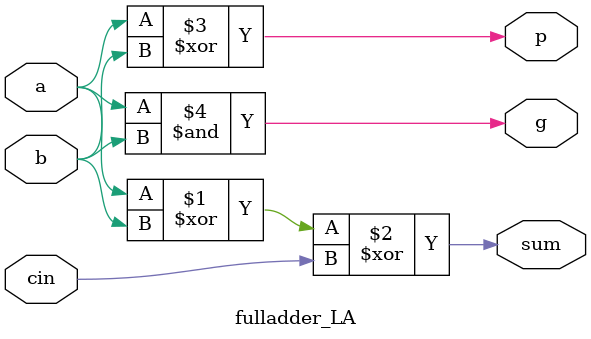
<source format=v>
/*
 *	Copyright (C) 2011  Kiel Friedt
 *
 *    This program is free software: you can redistribute it and/or modify
 *    it under the terms of the GNU General Public License as published by
 *    the Free Software Foundation, either version 3 of the License, or
 *    (at your option) any later version.
 *
 *    This program is distributed in the hope that it will be useful,
 *    but WITHOUT ANY WARRANTY; without even the implied warranty of
 *    MERCHANTABILITY or FITNESS FOR A PARTICULAR PURPOSE.  See the
 *    GNU General Public License for more details.
 *
 *    You should have received a copy of the GNU General Public License
 *    along with this program.  If not, see <http://www.gnu.org/licenses/>.
 */
 //authors Kiel Friedt, Kevin McIntosh,Cody DeHaan
 module fulladder_LA(a, b, cin, sum, p, g);
   input a, b, cin;
   output sum, p, g;
   assign #2 sum = a ^ b ^ cin;
   assign #1 p = a ^ b;
   assign #1 g = a & b;
endmodule


</source>
